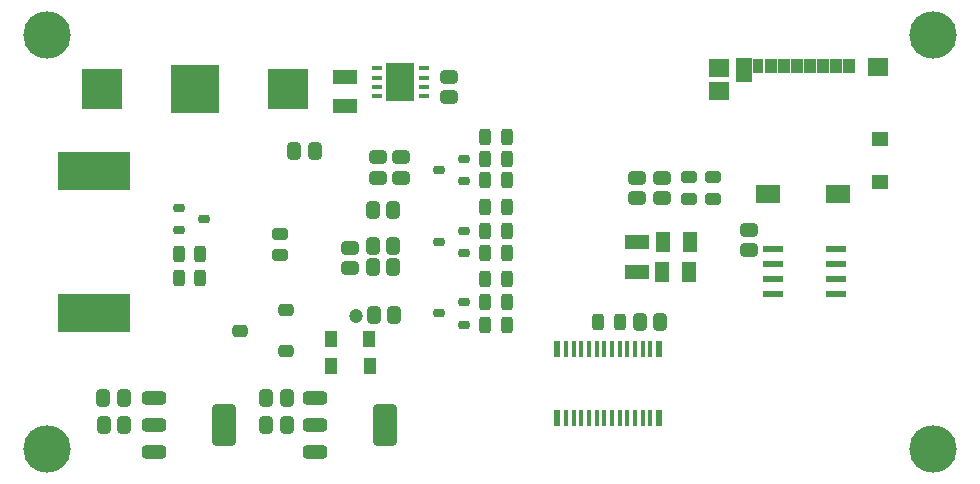
<source format=gbs>
G04*
G04 #@! TF.GenerationSoftware,Altium Limited,Altium Designer,20.1.8 (145)*
G04*
G04 Layer_Color=16711935*
%FSLAX25Y25*%
%MOIN*%
G70*
G04*
G04 #@! TF.SameCoordinates,34700BE4-7B1B-4339-AD5F-997C77E8816B*
G04*
G04*
G04 #@! TF.FilePolarity,Negative*
G04*
G01*
G75*
%ADD40C,0.15800*%
%ADD41C,0.04737*%
G04:AMPARAMS|DCode=67|XSize=38.98mil|YSize=54.33mil|CornerRadius=9.94mil|HoleSize=0mil|Usage=FLASHONLY|Rotation=270.000|XOffset=0mil|YOffset=0mil|HoleType=Round|Shape=RoundedRectangle|*
%AMROUNDEDRECTD67*
21,1,0.03898,0.03445,0,0,270.0*
21,1,0.01910,0.05433,0,0,270.0*
1,1,0.01988,-0.01723,-0.00955*
1,1,0.01988,-0.01723,0.00955*
1,1,0.01988,0.01723,0.00955*
1,1,0.01988,0.01723,-0.00955*
%
%ADD67ROUNDEDRECTD67*%
G04:AMPARAMS|DCode=68|XSize=37.8mil|YSize=27.95mil|CornerRadius=7.13mil|HoleSize=0mil|Usage=FLASHONLY|Rotation=0.000|XOffset=0mil|YOffset=0mil|HoleType=Round|Shape=RoundedRectangle|*
%AMROUNDEDRECTD68*
21,1,0.03780,0.01370,0,0,0.0*
21,1,0.02354,0.02795,0,0,0.0*
1,1,0.01426,0.01177,-0.00685*
1,1,0.01426,-0.01177,-0.00685*
1,1,0.01426,-0.01177,0.00685*
1,1,0.01426,0.01177,0.00685*
%
%ADD68ROUNDEDRECTD68*%
%ADD70R,0.03740X0.01378*%
%ADD71R,0.09252X0.12795*%
G04:AMPARAMS|DCode=72|XSize=38.98mil|YSize=54.33mil|CornerRadius=9.94mil|HoleSize=0mil|Usage=FLASHONLY|Rotation=0.000|XOffset=0mil|YOffset=0mil|HoleType=Round|Shape=RoundedRectangle|*
%AMROUNDEDRECTD72*
21,1,0.03898,0.03445,0,0,0.0*
21,1,0.01910,0.05433,0,0,0.0*
1,1,0.01988,0.00955,-0.01723*
1,1,0.01988,-0.00955,-0.01723*
1,1,0.01988,-0.00955,0.01723*
1,1,0.01988,0.00955,0.01723*
%
%ADD72ROUNDEDRECTD72*%
G04:AMPARAMS|DCode=73|XSize=39.37mil|YSize=51.18mil|CornerRadius=9.84mil|HoleSize=0mil|Usage=FLASHONLY|Rotation=270.000|XOffset=0mil|YOffset=0mil|HoleType=Round|Shape=RoundedRectangle|*
%AMROUNDEDRECTD73*
21,1,0.03937,0.03150,0,0,270.0*
21,1,0.01968,0.05118,0,0,270.0*
1,1,0.01968,-0.01575,-0.00984*
1,1,0.01968,-0.01575,0.00984*
1,1,0.01968,0.01575,0.00984*
1,1,0.01968,0.01575,-0.00984*
%
%ADD73ROUNDEDRECTD73*%
G04:AMPARAMS|DCode=75|XSize=43.7mil|YSize=57.87mil|CornerRadius=9.83mil|HoleSize=0mil|Usage=FLASHONLY|Rotation=90.000|XOffset=0mil|YOffset=0mil|HoleType=Round|Shape=RoundedRectangle|*
%AMROUNDEDRECTD75*
21,1,0.04370,0.03821,0,0,90.0*
21,1,0.02404,0.05787,0,0,90.0*
1,1,0.01967,0.01910,0.01202*
1,1,0.01967,0.01910,-0.01202*
1,1,0.01967,-0.01910,-0.01202*
1,1,0.01967,-0.01910,0.01202*
%
%ADD75ROUNDEDRECTD75*%
%ADD76R,0.02362X0.05315*%
%ADD77R,0.01575X0.05315*%
%ADD78R,0.06634X0.02134*%
G04:AMPARAMS|DCode=89|XSize=43.7mil|YSize=57.87mil|CornerRadius=9.83mil|HoleSize=0mil|Usage=FLASHONLY|Rotation=0.000|XOffset=0mil|YOffset=0mil|HoleType=Round|Shape=RoundedRectangle|*
%AMROUNDEDRECTD89*
21,1,0.04370,0.03821,0,0,0.0*
21,1,0.02404,0.05787,0,0,0.0*
1,1,0.01967,0.01202,-0.01910*
1,1,0.01967,-0.01202,-0.01910*
1,1,0.01967,-0.01202,0.01910*
1,1,0.01967,0.01202,0.01910*
%
%ADD89ROUNDEDRECTD89*%
%ADD94R,0.08280X0.05131*%
%ADD95R,0.04383X0.05603*%
%ADD96R,0.13320X0.13320*%
%ADD97R,0.16391X0.16391*%
%ADD98R,0.08280X0.06115*%
%ADD99R,0.05524X0.04737*%
%ADD100R,0.04147X0.05131*%
%ADD101R,0.03753X0.05131*%
%ADD102R,0.05406X0.07887*%
%ADD103R,0.06902X0.06115*%
%ADD104R,0.06706X0.06312*%
G04:AMPARAMS|DCode=105|XSize=81.62mil|YSize=45.4mil|CornerRadius=13.54mil|HoleSize=0mil|Usage=FLASHONLY|Rotation=180.000|XOffset=0mil|YOffset=0mil|HoleType=Round|Shape=RoundedRectangle|*
%AMROUNDEDRECTD105*
21,1,0.08162,0.01833,0,0,180.0*
21,1,0.05455,0.04540,0,0,180.0*
1,1,0.02708,-0.02727,0.00916*
1,1,0.02708,0.02727,0.00916*
1,1,0.02708,0.02727,-0.00916*
1,1,0.02708,-0.02727,-0.00916*
%
%ADD105ROUNDEDRECTD105*%
%ADD106R,0.04934X0.06902*%
%ADD107R,0.24422X0.12611*%
G04:AMPARAMS|DCode=108|XSize=81.62mil|YSize=137.92mil|CornerRadius=13.57mil|HoleSize=0mil|Usage=FLASHONLY|Rotation=0.000|XOffset=0mil|YOffset=0mil|HoleType=Round|Shape=RoundedRectangle|*
%AMROUNDEDRECTD108*
21,1,0.08162,0.11078,0,0,0.0*
21,1,0.05448,0.13792,0,0,0.0*
1,1,0.02714,0.02724,-0.05539*
1,1,0.02714,-0.02724,-0.05539*
1,1,0.02714,-0.02724,0.05539*
1,1,0.02714,0.02724,0.05539*
%
%ADD108ROUNDEDRECTD108*%
%ADD109R,0.07887X0.04737*%
D40*
X305118Y147638D02*
D03*
Y9843D02*
D03*
X9843Y147638D02*
D03*
Y9843D02*
D03*
D41*
X112763Y54134D02*
D03*
D67*
X87500Y74350D02*
D03*
Y81555D02*
D03*
X231791Y93150D02*
D03*
X223819D02*
D03*
X231791Y100354D02*
D03*
X223819D02*
D03*
D68*
X148917Y58704D02*
D03*
Y51224D02*
D03*
X140453Y54964D02*
D03*
X148917Y82480D02*
D03*
Y75000D02*
D03*
X140453Y78740D02*
D03*
X148917Y106595D02*
D03*
Y99114D02*
D03*
X140453Y102854D02*
D03*
X62205Y86417D02*
D03*
X53740Y82677D02*
D03*
Y90158D02*
D03*
D70*
X119713Y127283D02*
D03*
Y130433D02*
D03*
Y133582D02*
D03*
Y136732D02*
D03*
X135461D02*
D03*
Y133582D02*
D03*
Y130433D02*
D03*
Y127283D02*
D03*
D71*
X127587Y132007D02*
D03*
D72*
X163051Y113681D02*
D03*
X155847D02*
D03*
X163051Y106595D02*
D03*
X155847D02*
D03*
Y99409D02*
D03*
X163051D02*
D03*
Y90551D02*
D03*
X155847D02*
D03*
X163051Y82480D02*
D03*
X155847D02*
D03*
Y75000D02*
D03*
X163051D02*
D03*
Y66437D02*
D03*
X155847D02*
D03*
X163051Y58704D02*
D03*
X155847D02*
D03*
Y51224D02*
D03*
X163051D02*
D03*
X193537Y52165D02*
D03*
X53681Y66634D02*
D03*
X200742Y52165D02*
D03*
X53681Y74606D02*
D03*
X60886D02*
D03*
Y66634D02*
D03*
D73*
X74016Y49213D02*
D03*
X89370Y42323D02*
D03*
Y56102D02*
D03*
D75*
X143782Y133779D02*
D03*
Y127086D02*
D03*
X243770Y82924D02*
D03*
Y76231D02*
D03*
X206398Y100098D02*
D03*
X127953Y100265D02*
D03*
X120323D02*
D03*
X110925Y70170D02*
D03*
X214961Y93405D02*
D03*
X206398D02*
D03*
X127953Y106958D02*
D03*
X120323D02*
D03*
X110925Y76863D02*
D03*
X214961Y100098D02*
D03*
D76*
X213878Y19980D02*
D03*
X179823Y43012D02*
D03*
Y19980D02*
D03*
X213878Y43012D02*
D03*
D77*
X210925Y19980D02*
D03*
X208366D02*
D03*
X205807D02*
D03*
X203248D02*
D03*
X200689D02*
D03*
X198130D02*
D03*
X195571D02*
D03*
X193012D02*
D03*
X190453D02*
D03*
X187894D02*
D03*
X185335D02*
D03*
X182776D02*
D03*
Y43012D02*
D03*
X185335D02*
D03*
X187894D02*
D03*
X190453D02*
D03*
X193012D02*
D03*
X195571D02*
D03*
X198130D02*
D03*
X200689D02*
D03*
X203248D02*
D03*
X208366D02*
D03*
X210925D02*
D03*
X205807D02*
D03*
D78*
X251728Y76398D02*
D03*
Y71398D02*
D03*
Y66398D02*
D03*
Y61398D02*
D03*
X272878D02*
D03*
Y66398D02*
D03*
Y71398D02*
D03*
Y76398D02*
D03*
D89*
X35433Y17717D02*
D03*
X214040Y52165D02*
D03*
X92323Y109252D02*
D03*
X125394Y54316D02*
D03*
X89665Y17717D02*
D03*
X207348Y52165D02*
D03*
X99016Y109252D02*
D03*
X125197Y70465D02*
D03*
X118504Y89560D02*
D03*
Y77432D02*
D03*
X118701Y54316D02*
D03*
X82972Y26772D02*
D03*
Y17717D02*
D03*
X28740D02*
D03*
X28642Y26772D02*
D03*
X89665D02*
D03*
X118504Y70465D02*
D03*
X125197Y77432D02*
D03*
Y89560D02*
D03*
X35335Y26772D02*
D03*
D94*
X109252Y124016D02*
D03*
Y133858D02*
D03*
D95*
X104455Y46542D02*
D03*
X117329D02*
D03*
X104488Y37402D02*
D03*
X117362D02*
D03*
D96*
X28071Y129921D02*
D03*
X90039D02*
D03*
D97*
X59055D02*
D03*
D98*
X250108Y94833D02*
D03*
X273612D02*
D03*
D99*
X287392Y113238D02*
D03*
Y98671D02*
D03*
D100*
X277018Y137451D02*
D03*
X272687D02*
D03*
X268356D02*
D03*
X259695D02*
D03*
X251033D02*
D03*
X255364D02*
D03*
X264026D02*
D03*
D101*
X246900D02*
D03*
D102*
X242136Y136073D02*
D03*
D103*
X286703Y136959D02*
D03*
D104*
X233828Y136614D02*
D03*
Y129134D02*
D03*
D105*
X45374Y17717D02*
D03*
X99213D02*
D03*
Y8661D02*
D03*
X45374D02*
D03*
X99213Y26772D02*
D03*
X45374D02*
D03*
D106*
X224016Y78740D02*
D03*
X223819Y68898D02*
D03*
X214961D02*
D03*
X215158Y78740D02*
D03*
D107*
X25591Y102362D02*
D03*
Y55118D02*
D03*
D108*
X122638Y17717D02*
D03*
X68799D02*
D03*
D109*
X206594Y78740D02*
D03*
Y68898D02*
D03*
M02*

</source>
